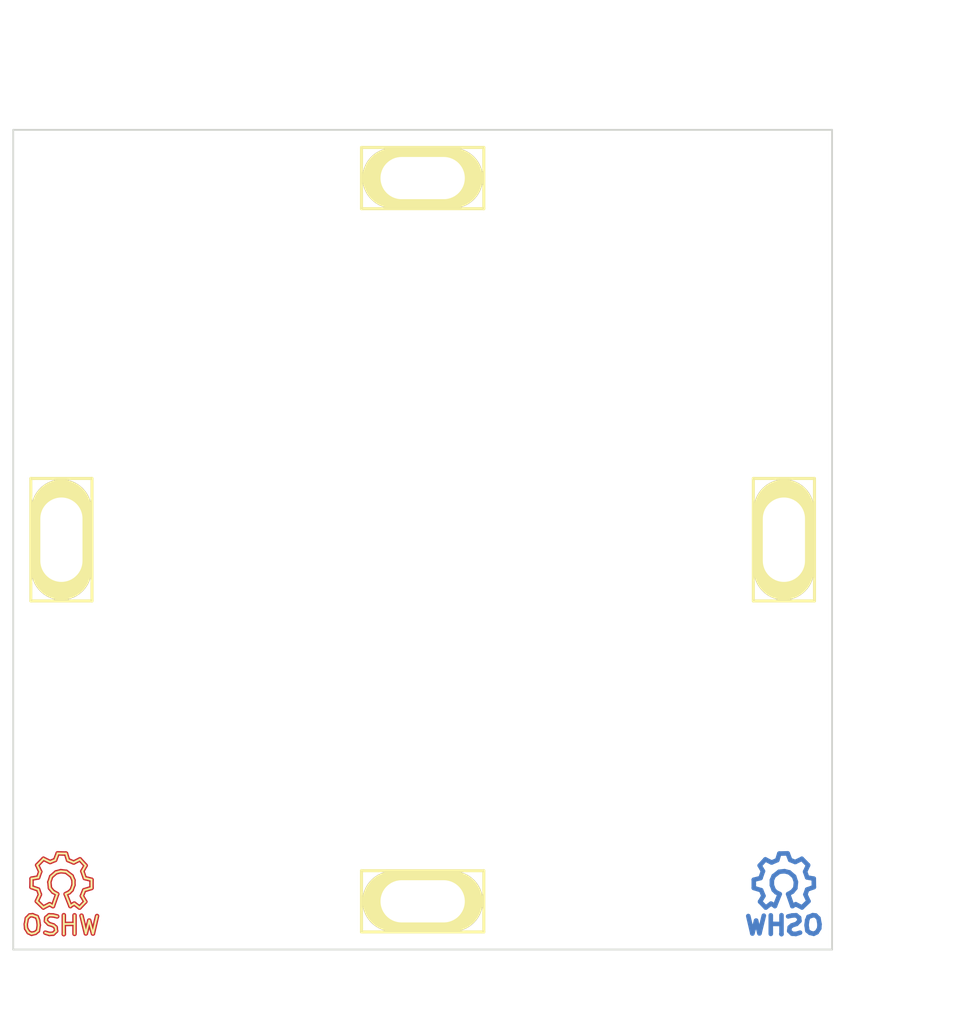
<source format=kicad_pcb>
(kicad_pcb (version 4) (host pcbnew "(2015-08-25 BZR 6127)-product")

  (general
    (links 0)
    (no_connects 0)
    (area 59.616976 55.795 144.373334 136.70082)
    (thickness 1.6)
    (drawings 13)
    (tracks 0)
    (zones 0)
    (modules 7)
    (nets 1)
  )

  (page A4)
  (layers
    (0 F.Cu signal)
    (31 B.Cu signal)
    (32 B.Adhes user)
    (33 F.Adhes user)
    (34 B.Paste user)
    (35 F.Paste user)
    (36 B.SilkS user)
    (37 F.SilkS user hide)
    (38 B.Mask user)
    (39 F.Mask user)
    (40 Dwgs.User user)
    (41 Cmts.User user)
    (42 Eco1.User user)
    (43 Eco2.User user)
    (44 Edge.Cuts user)
  )

  (setup
    (last_trace_width 0.254)
    (trace_clearance 0.254)
    (zone_clearance 0.508)
    (zone_45_only no)
    (trace_min 0.254)
    (segment_width 0.2)
    (edge_width 0.15)
    (via_size 0.889)
    (via_drill 0.635)
    (via_min_size 0.889)
    (via_min_drill 0.508)
    (uvia_size 0.508)
    (uvia_drill 0.127)
    (uvias_allowed no)
    (uvia_min_size 0.508)
    (uvia_min_drill 0.127)
    (pcb_text_width 0.3)
    (pcb_text_size 1 1)
    (mod_edge_width 0.15)
    (mod_text_size 1 1)
    (mod_text_width 0.15)
    (pad_size 4.50088 1.99898)
    (pad_drill 0)
    (pad_to_mask_clearance 0)
    (aux_axis_origin 99.915 100.37)
    (grid_origin 96.915 100.37)
    (visible_elements 7FFFF7BF)
    (pcbplotparams
      (layerselection 0x00030_80000001)
      (usegerberextensions true)
      (excludeedgelayer true)
      (linewidth 0.150000)
      (plotframeref false)
      (viasonmask false)
      (mode 1)
      (useauxorigin false)
      (hpglpennumber 1)
      (hpglpenspeed 20)
      (hpglpendiameter 15)
      (hpglpenoverlay 2)
      (psnegative false)
      (psa4output false)
      (plotreference true)
      (plotvalue true)
      (plotinvisibletext false)
      (padsonsilk false)
      (subtractmaskfromsilk false)
      (outputformat 1)
      (mirror false)
      (drillshape 1)
      (scaleselection 1)
      (outputdirectory ""))
  )

  (net 0 "")

  (net_class Default "Dies ist die voreingestellte Netzklasse."
    (clearance 0.254)
    (trace_width 0.254)
    (via_dia 0.889)
    (via_drill 0.635)
    (uvia_dia 0.508)
    (uvia_drill 0.127)
  )

  (net_class Power ""
    (clearance 0.254)
    (trace_width 0.512)
    (via_dia 0.889)
    (via_drill 0.635)
    (uvia_dia 0.508)
    (uvia_drill 0.127)
  )

  (module Symbol:Symbol_OSHW-Logo_SilkScreen (layer F.Cu) (tedit 55DF188C) (tstamp 55B4D467)
    (at 66.915 128.87)
    (descr "Symbol, OSHW-Logo, Silk Screen,")
    (tags "Symbol, OSHW-Logo, Silk Screen,")
    (path /55B4D774)
    (fp_text reference LOGO1 (at 0 -4) (layer F.SilkS) hide
      (effects (font (size 1.27 1.27) (thickness 0.254)))
    )
    (fp_text value "Open Hardware" (at 0.30988 6.56082) (layer F.Fab) hide
      (effects (font (size 1.27 1.27) (thickness 0.254)))
    )
    (fp_line (start 1.66878 2.68986) (end 2.02946 4.16052) (layer F.SilkS) (width 0.15))
    (fp_line (start 2.02946 4.16052) (end 2.30886 3.0988) (layer F.SilkS) (width 0.15))
    (fp_line (start 2.30886 3.0988) (end 2.61874 4.17068) (layer F.SilkS) (width 0.15))
    (fp_line (start 2.61874 4.17068) (end 2.9591 2.72034) (layer F.SilkS) (width 0.15))
    (fp_line (start 0.24892 3.38074) (end 1.03886 3.37058) (layer F.SilkS) (width 0.15))
    (fp_line (start 1.03886 3.37058) (end 1.04902 3.38074) (layer F.SilkS) (width 0.15))
    (fp_line (start 1.04902 3.38074) (end 1.04902 3.37058) (layer F.SilkS) (width 0.15))
    (fp_line (start 1.08966 2.65938) (end 1.08966 4.20116) (layer F.SilkS) (width 0.15))
    (fp_line (start 0.20066 2.64922) (end 0.20066 4.21894) (layer F.SilkS) (width 0.15))
    (fp_line (start 0.20066 4.21894) (end 0.21082 4.20878) (layer F.SilkS) (width 0.15))
    (fp_line (start -0.35052 2.75082) (end -0.70104 2.66954) (layer F.SilkS) (width 0.15))
    (fp_line (start -0.70104 2.66954) (end -1.02108 2.65938) (layer F.SilkS) (width 0.15))
    (fp_line (start -1.02108 2.65938) (end -1.25984 2.86004) (layer F.SilkS) (width 0.15))
    (fp_line (start -1.25984 2.86004) (end -1.29032 3.12928) (layer F.SilkS) (width 0.15))
    (fp_line (start -1.29032 3.12928) (end -1.04902 3.37058) (layer F.SilkS) (width 0.15))
    (fp_line (start -1.04902 3.37058) (end -0.6604 3.50012) (layer F.SilkS) (width 0.15))
    (fp_line (start -0.6604 3.50012) (end -0.48006 3.66014) (layer F.SilkS) (width 0.15))
    (fp_line (start -0.48006 3.66014) (end -0.43942 3.95986) (layer F.SilkS) (width 0.15))
    (fp_line (start -0.43942 3.95986) (end -0.67056 4.18084) (layer F.SilkS) (width 0.15))
    (fp_line (start -0.67056 4.18084) (end -0.9906 4.20878) (layer F.SilkS) (width 0.15))
    (fp_line (start -0.9906 4.20878) (end -1.34112 4.09956) (layer F.SilkS) (width 0.15))
    (fp_line (start -2.37998 2.64922) (end -2.6289 2.66954) (layer F.SilkS) (width 0.15))
    (fp_line (start -2.6289 2.66954) (end -2.8702 2.91084) (layer F.SilkS) (width 0.15))
    (fp_line (start -2.8702 2.91084) (end -2.9591 3.40106) (layer F.SilkS) (width 0.15))
    (fp_line (start -2.9591 3.40106) (end -2.93116 3.74904) (layer F.SilkS) (width 0.15))
    (fp_line (start -2.93116 3.74904) (end -2.7305 4.06908) (layer F.SilkS) (width 0.15))
    (fp_line (start -2.7305 4.06908) (end -2.47904 4.191) (layer F.SilkS) (width 0.15))
    (fp_line (start -2.47904 4.191) (end -2.16916 4.11988) (layer F.SilkS) (width 0.15))
    (fp_line (start -2.16916 4.11988) (end -1.95072 3.93954) (layer F.SilkS) (width 0.15))
    (fp_line (start -1.95072 3.93954) (end -1.8796 3.4798) (layer F.SilkS) (width 0.15))
    (fp_line (start -1.8796 3.4798) (end -1.9304 3.07086) (layer F.SilkS) (width 0.15))
    (fp_line (start -1.9304 3.07086) (end -2.03962 2.78892) (layer F.SilkS) (width 0.15))
    (fp_line (start -2.03962 2.78892) (end -2.4003 2.65938) (layer F.SilkS) (width 0.15))
    (fp_line (start -1.78054 0.92964) (end -2.03962 1.49098) (layer F.SilkS) (width 0.15))
    (fp_line (start -2.03962 1.49098) (end -1.50114 2.00914) (layer F.SilkS) (width 0.15))
    (fp_line (start -1.50114 2.00914) (end -0.98044 1.7399) (layer F.SilkS) (width 0.15))
    (fp_line (start -0.98044 1.7399) (end -0.70104 1.89992) (layer F.SilkS) (width 0.15))
    (fp_line (start 0.73914 1.8796) (end 1.06934 1.6891) (layer F.SilkS) (width 0.15))
    (fp_line (start 1.06934 1.6891) (end 1.50876 2.0193) (layer F.SilkS) (width 0.15))
    (fp_line (start 1.50876 2.0193) (end 1.9812 1.52908) (layer F.SilkS) (width 0.15))
    (fp_line (start 1.9812 1.52908) (end 1.69926 1.04902) (layer F.SilkS) (width 0.15))
    (fp_line (start 1.69926 1.04902) (end 1.88976 0.57912) (layer F.SilkS) (width 0.15))
    (fp_line (start 1.88976 0.57912) (end 2.49936 0.39116) (layer F.SilkS) (width 0.15))
    (fp_line (start 2.49936 0.39116) (end 2.49936 -0.28956) (layer F.SilkS) (width 0.15))
    (fp_line (start 2.49936 -0.28956) (end 1.94056 -0.42926) (layer F.SilkS) (width 0.15))
    (fp_line (start 1.94056 -0.42926) (end 1.7399 -1.00076) (layer F.SilkS) (width 0.15))
    (fp_line (start 1.7399 -1.00076) (end 2.00914 -1.47066) (layer F.SilkS) (width 0.15))
    (fp_line (start 2.00914 -1.47066) (end 1.53924 -1.9812) (layer F.SilkS) (width 0.15))
    (fp_line (start 1.53924 -1.9812) (end 1.02108 -1.71958) (layer F.SilkS) (width 0.15))
    (fp_line (start 1.02108 -1.71958) (end 0.55118 -1.92024) (layer F.SilkS) (width 0.15))
    (fp_line (start 0.55118 -1.92024) (end 0.381 -2.46126) (layer F.SilkS) (width 0.15))
    (fp_line (start 0.381 -2.46126) (end -0.30988 -2.47904) (layer F.SilkS) (width 0.15))
    (fp_line (start -0.30988 -2.47904) (end -0.5207 -1.9304) (layer F.SilkS) (width 0.15))
    (fp_line (start -0.5207 -1.9304) (end -0.9398 -1.76022) (layer F.SilkS) (width 0.15))
    (fp_line (start -0.9398 -1.76022) (end -1.49098 -2.02946) (layer F.SilkS) (width 0.15))
    (fp_line (start -1.49098 -2.02946) (end -2.00914 -1.50114) (layer F.SilkS) (width 0.15))
    (fp_line (start -2.00914 -1.50114) (end -1.76022 -0.96012) (layer F.SilkS) (width 0.15))
    (fp_line (start -1.76022 -0.96012) (end -1.9304 -0.48006) (layer F.SilkS) (width 0.15))
    (fp_line (start -1.9304 -0.48006) (end -2.47904 -0.381) (layer F.SilkS) (width 0.15))
    (fp_line (start -2.47904 -0.381) (end -2.4892 0.32004) (layer F.SilkS) (width 0.15))
    (fp_line (start -2.4892 0.32004) (end -1.9304 0.5207) (layer F.SilkS) (width 0.15))
    (fp_line (start -1.9304 0.5207) (end -1.7907 0.91948) (layer F.SilkS) (width 0.15))
    (fp_line (start 0.35052 0.89916) (end 0.65024 0.7493) (layer F.SilkS) (width 0.15))
    (fp_line (start 0.65024 0.7493) (end 0.8509 0.55118) (layer F.SilkS) (width 0.15))
    (fp_line (start 0.8509 0.55118) (end 1.00076 0.14986) (layer F.SilkS) (width 0.15))
    (fp_line (start 1.00076 0.14986) (end 1.00076 -0.24892) (layer F.SilkS) (width 0.15))
    (fp_line (start 1.00076 -0.24892) (end 0.8509 -0.59944) (layer F.SilkS) (width 0.15))
    (fp_line (start 0.8509 -0.59944) (end 0.39878 -0.94996) (layer F.SilkS) (width 0.15))
    (fp_line (start 0.39878 -0.94996) (end -0.0508 -1.00076) (layer F.SilkS) (width 0.15))
    (fp_line (start -0.0508 -1.00076) (end -0.44958 -0.89916) (layer F.SilkS) (width 0.15))
    (fp_line (start -0.44958 -0.89916) (end -0.8509 -0.55118) (layer F.SilkS) (width 0.15))
    (fp_line (start -0.8509 -0.55118) (end -1.00076 -0.09906) (layer F.SilkS) (width 0.15))
    (fp_line (start -1.00076 -0.09906) (end -0.94996 0.39878) (layer F.SilkS) (width 0.15))
    (fp_line (start -0.94996 0.39878) (end -0.70104 0.70104) (layer F.SilkS) (width 0.15))
    (fp_line (start -0.70104 0.70104) (end -0.35052 0.89916) (layer F.SilkS) (width 0.15))
    (fp_line (start -0.35052 0.89916) (end -0.70104 1.89992) (layer F.SilkS) (width 0.15))
    (fp_line (start 0.35052 0.89916) (end 0.7493 1.89992) (layer F.SilkS) (width 0.15))
  )

  (module Mechanical:HOLE_3.5x7mm (layer F.Cu) (tedit 55DF0F6C) (tstamp 55B4D401)
    (at 96.915 70.37 90)
    (path /55A11650)
    (fp_text reference H1 (at 0 0 90) (layer F.SilkS) hide
      (effects (font (size 1.016 1.016) (thickness 0.2032)))
    )
    (fp_text value HOLE (at 0 0 90) (layer F.SilkS) hide
      (effects (font (size 1.016 1.016) (thickness 0.2032)))
    )
    (fp_line (start -2.54 -5.08) (end 2.54 -5.08) (layer F.SilkS) (width 0.254))
    (fp_line (start 2.54 -5.08) (end 2.54 5.08) (layer F.SilkS) (width 0.254))
    (fp_line (start 2.54 5.08) (end -2.54 5.08) (layer F.SilkS) (width 0.254))
    (fp_line (start -2.54 5.08) (end -2.54 -5.08) (layer F.SilkS) (width 0.254))
    (pad 1 thru_hole oval (at 0 0 90) (size 5.00126 10) (drill oval 3.50012 7) (layers *.Cu *.Mask F.SilkS))
  )

  (module Mechanical:HOLE_3.5x7mm (layer F.Cu) (tedit 55DF0F6C) (tstamp 55B4D410)
    (at 66.915 100.37)
    (path /55A119BB)
    (fp_text reference H4 (at 0 0) (layer F.SilkS) hide
      (effects (font (size 1.016 1.016) (thickness 0.2032)))
    )
    (fp_text value HOLE (at 0 0) (layer F.SilkS) hide
      (effects (font (size 1.016 1.016) (thickness 0.2032)))
    )
    (fp_line (start -2.54 -5.08) (end 2.54 -5.08) (layer F.SilkS) (width 0.254))
    (fp_line (start 2.54 -5.08) (end 2.54 5.08) (layer F.SilkS) (width 0.254))
    (fp_line (start 2.54 5.08) (end -2.54 5.08) (layer F.SilkS) (width 0.254))
    (fp_line (start -2.54 5.08) (end -2.54 -5.08) (layer F.SilkS) (width 0.254))
    (pad 1 thru_hole oval (at 0 0) (size 5.00126 10) (drill oval 3.50012 7) (layers *.Cu *.Mask F.SilkS))
  )

  (module Mechanical:HOLE_3.5x7mm (layer F.Cu) (tedit 55DF0F6C) (tstamp 55B4D406)
    (at 126.915 100.37)
    (path /55A1184B)
    (fp_text reference H2 (at 0 0) (layer F.SilkS) hide
      (effects (font (size 1.016 1.016) (thickness 0.2032)))
    )
    (fp_text value HOLE (at 0 0) (layer F.SilkS) hide
      (effects (font (size 1.016 1.016) (thickness 0.2032)))
    )
    (fp_line (start -2.54 -5.08) (end 2.54 -5.08) (layer F.SilkS) (width 0.254))
    (fp_line (start 2.54 -5.08) (end 2.54 5.08) (layer F.SilkS) (width 0.254))
    (fp_line (start 2.54 5.08) (end -2.54 5.08) (layer F.SilkS) (width 0.254))
    (fp_line (start -2.54 5.08) (end -2.54 -5.08) (layer F.SilkS) (width 0.254))
    (pad 1 thru_hole oval (at 0 0) (size 5.00126 10) (drill oval 3.50012 7) (layers *.Cu *.Mask F.SilkS))
  )

  (module Mechanical:HOLE_3.5x7mm (layer F.Cu) (tedit 55DF0F6C) (tstamp 55B4D40B)
    (at 96.915 130.37 90)
    (path /55A11910)
    (fp_text reference H3 (at 0 0 90) (layer F.SilkS) hide
      (effects (font (size 1.016 1.016) (thickness 0.2032)))
    )
    (fp_text value HOLE (at 0 0 90) (layer F.SilkS) hide
      (effects (font (size 1.016 1.016) (thickness 0.2032)))
    )
    (fp_line (start -2.54 -5.08) (end 2.54 -5.08) (layer F.SilkS) (width 0.254))
    (fp_line (start 2.54 -5.08) (end 2.54 5.08) (layer F.SilkS) (width 0.254))
    (fp_line (start 2.54 5.08) (end -2.54 5.08) (layer F.SilkS) (width 0.254))
    (fp_line (start -2.54 5.08) (end -2.54 -5.08) (layer F.SilkS) (width 0.254))
    (pad 1 thru_hole oval (at 0 0 90) (size 5.00126 10) (drill oval 3.50012 7) (layers *.Cu *.Mask F.SilkS))
  )

  (module Symbol:Symbol_OSHW-Logo_Copper (layer F.Cu) (tedit 55DF1892) (tstamp 55DF15E7)
    (at 66.915 128.87)
    (descr "Symbol, OSHW-Logo, Copper,")
    (tags "Symbol, OSHW-Logo, Copper,")
    (fp_text reference LOGO1 (at 0 -4) (layer F.SilkS) hide
      (effects (font (size 1.27 1.27) (thickness 0.254)))
    )
    (fp_text value "Open Hardware" (at 0.30988 6.56082) (layer F.Fab) hide
      (effects (font (size 1.27 1.27) (thickness 0.254)))
    )
    (fp_line (start 1.66878 2.68986) (end 2.02946 4.16052) (layer F.Cu) (width 0.381))
    (fp_line (start 2.02946 4.16052) (end 2.30886 3.0988) (layer F.Cu) (width 0.381))
    (fp_line (start 2.30886 3.0988) (end 2.61874 4.17068) (layer F.Cu) (width 0.381))
    (fp_line (start 2.61874 4.17068) (end 2.9591 2.72034) (layer F.Cu) (width 0.381))
    (fp_line (start 0.24892 3.38074) (end 1.03886 3.37058) (layer F.Cu) (width 0.381))
    (fp_line (start 1.03886 3.37058) (end 1.04902 3.38074) (layer F.Cu) (width 0.381))
    (fp_line (start 1.04902 3.38074) (end 1.04902 3.37058) (layer F.Cu) (width 0.381))
    (fp_line (start 1.08966 2.65938) (end 1.08966 4.20116) (layer F.Cu) (width 0.381))
    (fp_line (start 0.20066 2.64922) (end 0.20066 4.21894) (layer F.Cu) (width 0.381))
    (fp_line (start 0.20066 4.21894) (end 0.21082 4.20878) (layer F.Cu) (width 0.381))
    (fp_line (start -0.35052 2.75082) (end -0.70104 2.66954) (layer F.Cu) (width 0.381))
    (fp_line (start -0.70104 2.66954) (end -1.02108 2.65938) (layer F.Cu) (width 0.381))
    (fp_line (start -1.02108 2.65938) (end -1.25984 2.86004) (layer F.Cu) (width 0.381))
    (fp_line (start -1.25984 2.86004) (end -1.29032 3.12928) (layer F.Cu) (width 0.381))
    (fp_line (start -1.29032 3.12928) (end -1.04902 3.37058) (layer F.Cu) (width 0.381))
    (fp_line (start -1.04902 3.37058) (end -0.6604 3.50012) (layer F.Cu) (width 0.381))
    (fp_line (start -0.6604 3.50012) (end -0.48006 3.66014) (layer F.Cu) (width 0.381))
    (fp_line (start -0.48006 3.66014) (end -0.43942 3.95986) (layer F.Cu) (width 0.381))
    (fp_line (start -0.43942 3.95986) (end -0.67056 4.18084) (layer F.Cu) (width 0.381))
    (fp_line (start -0.67056 4.18084) (end -0.9906 4.20878) (layer F.Cu) (width 0.381))
    (fp_line (start -0.9906 4.20878) (end -1.34112 4.09956) (layer F.Cu) (width 0.381))
    (fp_line (start -2.37998 2.64922) (end -2.6289 2.66954) (layer F.Cu) (width 0.381))
    (fp_line (start -2.6289 2.66954) (end -2.8702 2.91084) (layer F.Cu) (width 0.381))
    (fp_line (start -2.8702 2.91084) (end -2.9591 3.40106) (layer F.Cu) (width 0.381))
    (fp_line (start -2.9591 3.40106) (end -2.93116 3.74904) (layer F.Cu) (width 0.381))
    (fp_line (start -2.93116 3.74904) (end -2.7305 4.06908) (layer F.Cu) (width 0.381))
    (fp_line (start -2.7305 4.06908) (end -2.47904 4.191) (layer F.Cu) (width 0.381))
    (fp_line (start -2.47904 4.191) (end -2.16916 4.11988) (layer F.Cu) (width 0.381))
    (fp_line (start -2.16916 4.11988) (end -1.95072 3.93954) (layer F.Cu) (width 0.381))
    (fp_line (start -1.95072 3.93954) (end -1.8796 3.4798) (layer F.Cu) (width 0.381))
    (fp_line (start -1.8796 3.4798) (end -1.9304 3.07086) (layer F.Cu) (width 0.381))
    (fp_line (start -1.9304 3.07086) (end -2.03962 2.78892) (layer F.Cu) (width 0.381))
    (fp_line (start -2.03962 2.78892) (end -2.4003 2.65938) (layer F.Cu) (width 0.381))
    (fp_line (start -1.78054 0.92964) (end -2.03962 1.49098) (layer F.Cu) (width 0.381))
    (fp_line (start -2.03962 1.49098) (end -1.50114 2.00914) (layer F.Cu) (width 0.381))
    (fp_line (start -1.50114 2.00914) (end -0.98044 1.7399) (layer F.Cu) (width 0.381))
    (fp_line (start -0.98044 1.7399) (end -0.70104 1.89992) (layer F.Cu) (width 0.381))
    (fp_line (start 0.73914 1.8796) (end 1.06934 1.6891) (layer F.Cu) (width 0.381))
    (fp_line (start 1.06934 1.6891) (end 1.50876 2.0193) (layer F.Cu) (width 0.381))
    (fp_line (start 1.50876 2.0193) (end 1.9812 1.52908) (layer F.Cu) (width 0.381))
    (fp_line (start 1.9812 1.52908) (end 1.69926 1.04902) (layer F.Cu) (width 0.381))
    (fp_line (start 1.69926 1.04902) (end 1.88976 0.57912) (layer F.Cu) (width 0.381))
    (fp_line (start 1.88976 0.57912) (end 2.49936 0.39116) (layer F.Cu) (width 0.381))
    (fp_line (start 2.49936 0.39116) (end 2.49936 -0.28956) (layer F.Cu) (width 0.381))
    (fp_line (start 2.49936 -0.28956) (end 1.94056 -0.42926) (layer F.Cu) (width 0.381))
    (fp_line (start 1.94056 -0.42926) (end 1.7399 -1.00076) (layer F.Cu) (width 0.381))
    (fp_line (start 1.7399 -1.00076) (end 2.00914 -1.47066) (layer F.Cu) (width 0.381))
    (fp_line (start 2.00914 -1.47066) (end 1.53924 -1.9812) (layer F.Cu) (width 0.381))
    (fp_line (start 1.53924 -1.9812) (end 1.02108 -1.71958) (layer F.Cu) (width 0.381))
    (fp_line (start 1.02108 -1.71958) (end 0.55118 -1.92024) (layer F.Cu) (width 0.381))
    (fp_line (start 0.55118 -1.92024) (end 0.381 -2.46126) (layer F.Cu) (width 0.381))
    (fp_line (start 0.381 -2.46126) (end -0.30988 -2.47904) (layer F.Cu) (width 0.381))
    (fp_line (start -0.30988 -2.47904) (end -0.5207 -1.9304) (layer F.Cu) (width 0.381))
    (fp_line (start -0.5207 -1.9304) (end -0.9398 -1.76022) (layer F.Cu) (width 0.381))
    (fp_line (start -0.9398 -1.76022) (end -1.49098 -2.02946) (layer F.Cu) (width 0.381))
    (fp_line (start -1.49098 -2.02946) (end -2.00914 -1.50114) (layer F.Cu) (width 0.381))
    (fp_line (start -2.00914 -1.50114) (end -1.76022 -0.96012) (layer F.Cu) (width 0.381))
    (fp_line (start -1.76022 -0.96012) (end -1.9304 -0.48006) (layer F.Cu) (width 0.381))
    (fp_line (start -1.9304 -0.48006) (end -2.47904 -0.381) (layer F.Cu) (width 0.381))
    (fp_line (start -2.47904 -0.381) (end -2.4892 0.32004) (layer F.Cu) (width 0.381))
    (fp_line (start -2.4892 0.32004) (end -1.9304 0.5207) (layer F.Cu) (width 0.381))
    (fp_line (start -1.9304 0.5207) (end -1.7907 0.91948) (layer F.Cu) (width 0.381))
    (fp_line (start 0.35052 0.89916) (end 0.65024 0.7493) (layer F.Cu) (width 0.381))
    (fp_line (start 0.65024 0.7493) (end 0.8509 0.55118) (layer F.Cu) (width 0.381))
    (fp_line (start 0.8509 0.55118) (end 1.00076 0.14986) (layer F.Cu) (width 0.381))
    (fp_line (start 1.00076 0.14986) (end 1.00076 -0.24892) (layer F.Cu) (width 0.381))
    (fp_line (start 1.00076 -0.24892) (end 0.8509 -0.59944) (layer F.Cu) (width 0.381))
    (fp_line (start 0.8509 -0.59944) (end 0.39878 -0.94996) (layer F.Cu) (width 0.381))
    (fp_line (start 0.39878 -0.94996) (end -0.0508 -1.00076) (layer F.Cu) (width 0.381))
    (fp_line (start -0.0508 -1.00076) (end -0.44958 -0.89916) (layer F.Cu) (width 0.381))
    (fp_line (start -0.44958 -0.89916) (end -0.8509 -0.55118) (layer F.Cu) (width 0.381))
    (fp_line (start -0.8509 -0.55118) (end -1.00076 -0.09906) (layer F.Cu) (width 0.381))
    (fp_line (start -1.00076 -0.09906) (end -0.94996 0.39878) (layer F.Cu) (width 0.381))
    (fp_line (start -0.94996 0.39878) (end -0.70104 0.70104) (layer F.Cu) (width 0.381))
    (fp_line (start -0.70104 0.70104) (end -0.35052 0.89916) (layer F.Cu) (width 0.381))
    (fp_line (start -0.35052 0.89916) (end -0.70104 1.89992) (layer F.Cu) (width 0.381))
    (fp_line (start 0.35052 0.89916) (end 0.7493 1.89992) (layer F.Cu) (width 0.381))
  )

  (module Symbol:Symbol_OSHW-Logo_Copper (layer B.Cu) (tedit 55DF1885) (tstamp 55DF1688)
    (at 126.915 128.87 180)
    (descr "Symbol, OSHW-Logo, Copper,")
    (tags "Symbol, OSHW-Logo, Copper,")
    (fp_text reference LOGO1 (at 0 4 180) (layer F.SilkS) hide
      (effects (font (size 1.27 1.27) (thickness 0.254)))
    )
    (fp_text value "Open Hardware" (at -0.5 -6.5 360) (layer F.Fab) hide
      (effects (font (size 1.27 1.27) (thickness 0.254)))
    )
    (fp_line (start 1.66878 -2.68986) (end 2.02946 -4.16052) (layer B.Cu) (width 0.381))
    (fp_line (start 2.02946 -4.16052) (end 2.30886 -3.0988) (layer B.Cu) (width 0.381))
    (fp_line (start 2.30886 -3.0988) (end 2.61874 -4.17068) (layer B.Cu) (width 0.381))
    (fp_line (start 2.61874 -4.17068) (end 2.9591 -2.72034) (layer B.Cu) (width 0.381))
    (fp_line (start 0.24892 -3.38074) (end 1.03886 -3.37058) (layer B.Cu) (width 0.381))
    (fp_line (start 1.03886 -3.37058) (end 1.04902 -3.38074) (layer B.Cu) (width 0.381))
    (fp_line (start 1.04902 -3.38074) (end 1.04902 -3.37058) (layer B.Cu) (width 0.381))
    (fp_line (start 1.08966 -2.65938) (end 1.08966 -4.20116) (layer B.Cu) (width 0.381))
    (fp_line (start 0.20066 -2.64922) (end 0.20066 -4.21894) (layer B.Cu) (width 0.381))
    (fp_line (start 0.20066 -4.21894) (end 0.21082 -4.20878) (layer B.Cu) (width 0.381))
    (fp_line (start -0.35052 -2.75082) (end -0.70104 -2.66954) (layer B.Cu) (width 0.381))
    (fp_line (start -0.70104 -2.66954) (end -1.02108 -2.65938) (layer B.Cu) (width 0.381))
    (fp_line (start -1.02108 -2.65938) (end -1.25984 -2.86004) (layer B.Cu) (width 0.381))
    (fp_line (start -1.25984 -2.86004) (end -1.29032 -3.12928) (layer B.Cu) (width 0.381))
    (fp_line (start -1.29032 -3.12928) (end -1.04902 -3.37058) (layer B.Cu) (width 0.381))
    (fp_line (start -1.04902 -3.37058) (end -0.6604 -3.50012) (layer B.Cu) (width 0.381))
    (fp_line (start -0.6604 -3.50012) (end -0.48006 -3.66014) (layer B.Cu) (width 0.381))
    (fp_line (start -0.48006 -3.66014) (end -0.43942 -3.95986) (layer B.Cu) (width 0.381))
    (fp_line (start -0.43942 -3.95986) (end -0.67056 -4.18084) (layer B.Cu) (width 0.381))
    (fp_line (start -0.67056 -4.18084) (end -0.9906 -4.20878) (layer B.Cu) (width 0.381))
    (fp_line (start -0.9906 -4.20878) (end -1.34112 -4.09956) (layer B.Cu) (width 0.381))
    (fp_line (start -2.37998 -2.64922) (end -2.6289 -2.66954) (layer B.Cu) (width 0.381))
    (fp_line (start -2.6289 -2.66954) (end -2.8702 -2.91084) (layer B.Cu) (width 0.381))
    (fp_line (start -2.8702 -2.91084) (end -2.9591 -3.40106) (layer B.Cu) (width 0.381))
    (fp_line (start -2.9591 -3.40106) (end -2.93116 -3.74904) (layer B.Cu) (width 0.381))
    (fp_line (start -2.93116 -3.74904) (end -2.7305 -4.06908) (layer B.Cu) (width 0.381))
    (fp_line (start -2.7305 -4.06908) (end -2.47904 -4.191) (layer B.Cu) (width 0.381))
    (fp_line (start -2.47904 -4.191) (end -2.16916 -4.11988) (layer B.Cu) (width 0.381))
    (fp_line (start -2.16916 -4.11988) (end -1.95072 -3.93954) (layer B.Cu) (width 0.381))
    (fp_line (start -1.95072 -3.93954) (end -1.8796 -3.4798) (layer B.Cu) (width 0.381))
    (fp_line (start -1.8796 -3.4798) (end -1.9304 -3.07086) (layer B.Cu) (width 0.381))
    (fp_line (start -1.9304 -3.07086) (end -2.03962 -2.78892) (layer B.Cu) (width 0.381))
    (fp_line (start -2.03962 -2.78892) (end -2.4003 -2.65938) (layer B.Cu) (width 0.381))
    (fp_line (start -1.78054 -0.92964) (end -2.03962 -1.49098) (layer B.Cu) (width 0.381))
    (fp_line (start -2.03962 -1.49098) (end -1.50114 -2.00914) (layer B.Cu) (width 0.381))
    (fp_line (start -1.50114 -2.00914) (end -0.98044 -1.7399) (layer B.Cu) (width 0.381))
    (fp_line (start -0.98044 -1.7399) (end -0.70104 -1.89992) (layer B.Cu) (width 0.381))
    (fp_line (start 0.73914 -1.8796) (end 1.06934 -1.6891) (layer B.Cu) (width 0.381))
    (fp_line (start 1.06934 -1.6891) (end 1.50876 -2.0193) (layer B.Cu) (width 0.381))
    (fp_line (start 1.50876 -2.0193) (end 1.9812 -1.52908) (layer B.Cu) (width 0.381))
    (fp_line (start 1.9812 -1.52908) (end 1.69926 -1.04902) (layer B.Cu) (width 0.381))
    (fp_line (start 1.69926 -1.04902) (end 1.88976 -0.57912) (layer B.Cu) (width 0.381))
    (fp_line (start 1.88976 -0.57912) (end 2.49936 -0.39116) (layer B.Cu) (width 0.381))
    (fp_line (start 2.49936 -0.39116) (end 2.49936 0.28956) (layer B.Cu) (width 0.381))
    (fp_line (start 2.49936 0.28956) (end 1.94056 0.42926) (layer B.Cu) (width 0.381))
    (fp_line (start 1.94056 0.42926) (end 1.7399 1.00076) (layer B.Cu) (width 0.381))
    (fp_line (start 1.7399 1.00076) (end 2.00914 1.47066) (layer B.Cu) (width 0.381))
    (fp_line (start 2.00914 1.47066) (end 1.53924 1.9812) (layer B.Cu) (width 0.381))
    (fp_line (start 1.53924 1.9812) (end 1.02108 1.71958) (layer B.Cu) (width 0.381))
    (fp_line (start 1.02108 1.71958) (end 0.55118 1.92024) (layer B.Cu) (width 0.381))
    (fp_line (start 0.55118 1.92024) (end 0.381 2.46126) (layer B.Cu) (width 0.381))
    (fp_line (start 0.381 2.46126) (end -0.30988 2.47904) (layer B.Cu) (width 0.381))
    (fp_line (start -0.30988 2.47904) (end -0.5207 1.9304) (layer B.Cu) (width 0.381))
    (fp_line (start -0.5207 1.9304) (end -0.9398 1.76022) (layer B.Cu) (width 0.381))
    (fp_line (start -0.9398 1.76022) (end -1.49098 2.02946) (layer B.Cu) (width 0.381))
    (fp_line (start -1.49098 2.02946) (end -2.00914 1.50114) (layer B.Cu) (width 0.381))
    (fp_line (start -2.00914 1.50114) (end -1.76022 0.96012) (layer B.Cu) (width 0.381))
    (fp_line (start -1.76022 0.96012) (end -1.9304 0.48006) (layer B.Cu) (width 0.381))
    (fp_line (start -1.9304 0.48006) (end -2.47904 0.381) (layer B.Cu) (width 0.381))
    (fp_line (start -2.47904 0.381) (end -2.4892 -0.32004) (layer B.Cu) (width 0.381))
    (fp_line (start -2.4892 -0.32004) (end -1.9304 -0.5207) (layer B.Cu) (width 0.381))
    (fp_line (start -1.9304 -0.5207) (end -1.7907 -0.91948) (layer B.Cu) (width 0.381))
    (fp_line (start 0.35052 -0.89916) (end 0.65024 -0.7493) (layer B.Cu) (width 0.381))
    (fp_line (start 0.65024 -0.7493) (end 0.8509 -0.55118) (layer B.Cu) (width 0.381))
    (fp_line (start 0.8509 -0.55118) (end 1.00076 -0.14986) (layer B.Cu) (width 0.381))
    (fp_line (start 1.00076 -0.14986) (end 1.00076 0.24892) (layer B.Cu) (width 0.381))
    (fp_line (start 1.00076 0.24892) (end 0.8509 0.59944) (layer B.Cu) (width 0.381))
    (fp_line (start 0.8509 0.59944) (end 0.39878 0.94996) (layer B.Cu) (width 0.381))
    (fp_line (start 0.39878 0.94996) (end -0.0508 1.00076) (layer B.Cu) (width 0.381))
    (fp_line (start -0.0508 1.00076) (end -0.44958 0.89916) (layer B.Cu) (width 0.381))
    (fp_line (start -0.44958 0.89916) (end -0.8509 0.55118) (layer B.Cu) (width 0.381))
    (fp_line (start -0.8509 0.55118) (end -1.00076 0.09906) (layer B.Cu) (width 0.381))
    (fp_line (start -1.00076 0.09906) (end -0.94996 -0.39878) (layer B.Cu) (width 0.381))
    (fp_line (start -0.94996 -0.39878) (end -0.70104 -0.70104) (layer B.Cu) (width 0.381))
    (fp_line (start -0.70104 -0.70104) (end -0.35052 -0.89916) (layer B.Cu) (width 0.381))
    (fp_line (start -0.35052 -0.89916) (end -0.70104 -1.89992) (layer B.Cu) (width 0.381))
    (fp_line (start 0.35052 -0.89916) (end 0.7493 -1.89992) (layer B.Cu) (width 0.381))
  )

  (dimension 50 (width 0.25) (layer Cmts.User)
    (gr_text "50,000 mm" (at 96.915 140.87) (layer Cmts.User)
      (effects (font (size 1 1) (thickness 0.25)))
    )
    (feature1 (pts (xy 121.915 100.37) (xy 121.915 141.87)))
    (feature2 (pts (xy 71.915 100.37) (xy 71.915 141.87)))
    (crossbar (pts (xy 71.915 139.87) (xy 121.915 139.87)))
    (arrow1a (pts (xy 121.915 139.87) (xy 120.788496 140.456421)))
    (arrow1b (pts (xy 121.915 139.87) (xy 120.788496 139.283579)))
    (arrow2a (pts (xy 71.915 139.87) (xy 73.041504 140.456421)))
    (arrow2b (pts (xy 71.915 139.87) (xy 73.041504 139.283579)))
  )
  (gr_circle (center 96.915 100.37) (end 121.915 100.37) (layer Cmts.User) (width 0.2))
  (dimension 60 (width 0.25) (layer Cmts.User)
    (gr_text "60,000 mm" (at 96.915 61.37) (layer Cmts.User)
      (effects (font (size 1 1) (thickness 0.25)))
    )
    (feature1 (pts (xy 126.915 100.37) (xy 126.915 60.37)))
    (feature2 (pts (xy 66.915 100.37) (xy 66.915 60.37)))
    (crossbar (pts (xy 66.915 62.37) (xy 126.915 62.37)))
    (arrow1a (pts (xy 126.915 62.37) (xy 125.788496 62.956421)))
    (arrow1b (pts (xy 126.915 62.37) (xy 125.788496 61.783579)))
    (arrow2a (pts (xy 66.915 62.37) (xy 68.041504 62.956421)))
    (arrow2b (pts (xy 66.915 62.37) (xy 68.041504 61.783579)))
  )
  (dimension 60 (width 0.25) (layer Cmts.User)
    (gr_text "60,000 mm" (at 135.915 100.37 270) (layer Cmts.User)
      (effects (font (size 1 1) (thickness 0.25)))
    )
    (feature1 (pts (xy 96.915 130.37) (xy 136.915 130.37)))
    (feature2 (pts (xy 96.915 70.37) (xy 136.915 70.37)))
    (crossbar (pts (xy 134.915 70.37) (xy 134.915 130.37)))
    (arrow1a (pts (xy 134.915 130.37) (xy 134.328579 129.243496)))
    (arrow1b (pts (xy 134.915 130.37) (xy 135.501421 129.243496)))
    (arrow2a (pts (xy 134.915 70.37) (xy 134.328579 71.496504)))
    (arrow2b (pts (xy 134.915 70.37) (xy 135.501421 71.496504)))
  )
  (gr_line (start 131.915 100.37) (end 61.915 100.37) (angle 90) (layer Cmts.User) (width 0.2))
  (gr_line (start 96.915 65.87) (end 96.915 134.87) (angle 90) (layer Cmts.User) (width 0.2))
  (gr_circle (center 96.915 100.37) (end 126.915 100.37) (layer Cmts.User) (width 0.2))
  (dimension 68 (width 0.25) (layer Cmts.User)
    (gr_text "68,000 mm" (at 139.915 100.37 270) (layer Cmts.User)
      (effects (font (size 1 1) (thickness 0.25)))
    )
    (feature1 (pts (xy 130.915 134.37) (xy 140.915 134.37)))
    (feature2 (pts (xy 130.915 66.37) (xy 140.915 66.37)))
    (crossbar (pts (xy 138.915 66.37) (xy 138.915 134.37)))
    (arrow1a (pts (xy 138.915 134.37) (xy 138.328579 133.243496)))
    (arrow1b (pts (xy 138.915 134.37) (xy 139.501421 133.243496)))
    (arrow2a (pts (xy 138.915 66.37) (xy 138.328579 67.496504)))
    (arrow2b (pts (xy 138.915 66.37) (xy 139.501421 67.496504)))
  )
  (dimension 68 (width 0.25) (layer Cmts.User)
    (gr_text "68,000 mm" (at 96.915 56.87) (layer Cmts.User)
      (effects (font (size 1 1) (thickness 0.25)))
    )
    (feature1 (pts (xy 130.915 65.87) (xy 130.915 55.87)))
    (feature2 (pts (xy 62.915 65.87) (xy 62.915 55.87)))
    (crossbar (pts (xy 62.915 57.87) (xy 130.915 57.87)))
    (arrow1a (pts (xy 130.915 57.87) (xy 129.788496 58.456421)))
    (arrow1b (pts (xy 130.915 57.87) (xy 129.788496 57.283579)))
    (arrow2a (pts (xy 62.915 57.87) (xy 64.041504 58.456421)))
    (arrow2b (pts (xy 62.915 57.87) (xy 64.041504 57.283579)))
  )
  (gr_line (start 62.915 134.37) (end 62.915 66.37) (angle 90) (layer Edge.Cuts) (width 0.15))
  (gr_line (start 130.915 134.37) (end 62.915 134.37) (angle 90) (layer Edge.Cuts) (width 0.15))
  (gr_line (start 130.915 66.37) (end 130.915 134.37) (angle 90) (layer Edge.Cuts) (width 0.15))
  (gr_line (start 62.915 66.37) (end 130.915 66.37) (angle 90) (layer Edge.Cuts) (width 0.15))

)

</source>
